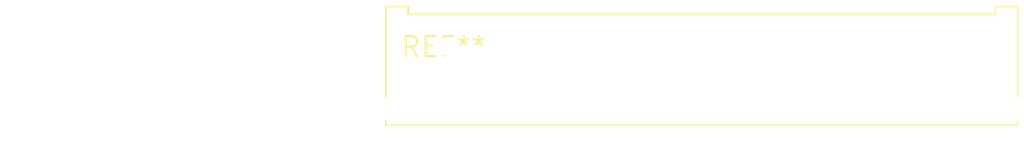
<source format=kicad_pcb>
(kicad_pcb (version 20240108) (generator pcbnew)
  (layers (0 "F.Cu" signal) (31 "B.Cu" signal) (34 "B.Paste" user) (35 "F.Paste" user) (36 "B.SilkS" user "B.Silkscreen") (37 "F.SilkS" user "F.Silkscreen") (38 "B.Mask" user) (39 "F.Mask" user) (44 "Edge.Cuts" user))
  (net 0 "")
  (footprint "Molex_Micro-Fit_3.0_43045-2412_2x12_P3.00mm_Vertical" (layer "F.Cu") (at 0 0)
    (property "Reference" "REF**")
    (property "Value" "Molex_Micro-Fit_3.0_43045-2412_2x12_P3.00mm_Vertical")
    (fp_line (start -3.685 -2.58) (end -2.265 -2.58) (layer "F.SilkS") (stroke (width 0.12)))
    (fp_line (start -3.685 3.17) (end -3.685 -2.58) (layer "F.SilkS") (stroke (width 0.12)))
    (fp_line (start -3.685 4.71) (end -3.685 5.01) (layer "F.SilkS") (stroke (width 0.12)))
    (fp_line (start -3.685 5.01) (end 36.685 5.01) (layer "F.SilkS") (stroke (width 0.12)))
    (fp_line (start -2.265 -2.58) (end -2.265 -2.08) (layer "F.SilkS") (stroke (width 0.12)))
    (fp_line (start -2.265 -2.08) (end 35.265 -2.08) (layer "F.SilkS") (stroke (width 0.12)))
    (fp_line (start 35.265 -2.58) (end 36.685 -2.58) (layer "F.SilkS") (stroke (width 0.12)))
    (fp_line (start 35.265 -2.08) (end 35.265 -2.58) (layer "F.SilkS") (stroke (width 0.12)))
    (fp_line (start 36.685 -2.58) (end 36.685 3.17) (layer "F.SilkS") (stroke (width 0.12)))
    (fp_line (start 36.685 5.01) (end 36.685 4.71) (layer "F.SilkS") (stroke (width 0.12)))
    (pad "" np_thru_hole circle (at -3 3.94) (size 1.02 1.02) (drill 1.02) (layers *.Cu *.Mask))
    (pad "" np_thru_hole circle (at 36 3.94) (size 1.02 1.02) (drill 1.02) (layers *.Cu *.Mask))
    (pad "1" thru_hole roundrect (at 0 0) (size 1.5 1.5) (drill 1.02) (layers *.Cu *.Mask) (remove_unused_layers) (roundrect_rratio 0.166667))
    (pad "2" thru_hole circle (at 3 0) (size 1.5 1.5) (drill 1.02) (layers *.Cu *.Mask) (remove_unused_layers))
    (pad "3" thru_hole circle (at 6 0) (size 1.5 1.5) (drill 1.02) (layers *.Cu *.Mask) (remove_unused_layers))
    (pad "4" thru_hole circle (at 9 0) (size 1.5 1.5) (drill 1.02) (layers *.Cu *.Mask) (remove_unused_layers))
    (pad "5" thru_hole circle (at 12 0) (size 1.5 1.5) (drill 1.02) (layers *.Cu *.Mask) (remove_unused_layers))
    (pad "6" thru_hole circle (at 15 0) (size 1.5 1.5) (drill 1.02) (layers *.Cu *.Mask) (remove_unused_layers))
    (pad "7" thru_hole circle (at 18 0) (size 1.5 1.5) (drill 1.02) (layers *.Cu *.Mask) (remove_unused_layers))
    (pad "8" thru_hole circle (at 21 0) (size 1.5 1.5) (drill 1.02) (layers *.Cu *.Mask) (remove_unused_layers))
    (pad "9" thru_hole circle (at 24 0) (size 1.5 1.5) (drill 1.02) (layers *.Cu *.Mask) (remove_unused_layers))
    (pad "10" thru_hole circle (at 27 0) (size 1.5 1.5) (drill 1.02) (layers *.Cu *.Mask) (remove_unused_layers))
    (pad "11" thru_hole circle (at 30 0) (size 1.5 1.5) (drill 1.02) (layers *.Cu *.Mask) (remove_unused_layers))
    (pad "12" thru_hole circle (at 33 0) (size 1.5 1.5) (drill 1.02) (layers *.Cu *.Mask) (remove_unused_layers))
    (pad "13" thru_hole circle (at 0 3) (size 1.5 1.5) (drill 1.02) (layers *.Cu *.Mask) (remove_unused_layers))
    (pad "14" thru_hole circle (at 3 3) (size 1.5 1.5) (drill 1.02) (layers *.Cu *.Mask) (remove_unused_layers))
    (pad "15" thru_hole circle (at 6 3) (size 1.5 1.5) (drill 1.02) (layers *.Cu *.Mask) (remove_unused_layers))
    (pad "16" thru_hole circle (at 9 3) (size 1.5 1.5) (drill 1.02) (layers *.Cu *.Mask) (remove_unused_layers))
    (pad "17" thru_hole circle (at 12 3) (size 1.5 1.5) (drill 1.02) (layers *.Cu *.Mask) (remove_unused_layers))
    (pad "18" thru_hole circle (at 15 3) (size 1.5 1.5) (drill 1.02) (layers *.Cu *.Mask) (remove_unused_layers))
    (pad "19" thru_hole circle (at 18 3) (size 1.5 1.5) (drill 1.02) (layers *.Cu *.Mask) (remove_unused_layers))
    (pad "20" thru_hole circle (at 21 3) (size 1.5 1.5) (drill 1.02) (layers *.Cu *.Mask) (remove_unused_layers))
    (pad "21" thru_hole circle (at 24 3) (size 1.5 1.5) (drill 1.02) (layers *.Cu *.Mask) (remove_unused_layers))
    (pad "22" thru_hole circle (at 27 3) (size 1.5 1.5) (drill 1.02) (layers *.Cu *.Mask) (remove_unused_layers))
    (pad "23" thru_hole circle (at 30 3) (size 1.5 1.5) (drill 1.02) (layers *.Cu *.Mask) (remove_unused_layers))
    (pad "24" thru_hole circle (at 33 3) (size 1.5 1.5) (drill 1.02) (layers *.Cu *.Mask) (remove_unused_layers))
  )
)
</source>
